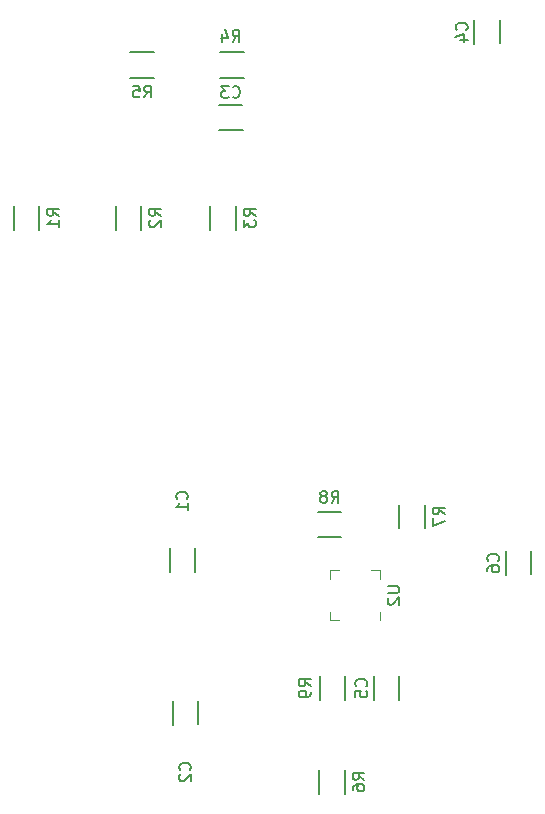
<source format=gbr>
%TF.GenerationSoftware,KiCad,Pcbnew,5.1.10-1.fc34*%
%TF.CreationDate,2021-06-08T11:44:04-04:00*%
%TF.ProjectId,BREAD_Slice,42524541-445f-4536-9c69-63652e6b6963,rev?*%
%TF.SameCoordinates,Original*%
%TF.FileFunction,Legend,Bot*%
%TF.FilePolarity,Positive*%
%FSLAX46Y46*%
G04 Gerber Fmt 4.6, Leading zero omitted, Abs format (unit mm)*
G04 Created by KiCad (PCBNEW 5.1.10-1.fc34) date 2021-06-08 11:44:04*
%MOMM*%
%LPD*%
G01*
G04 APERTURE LIST*
%ADD10C,0.120000*%
%ADD11C,0.150000*%
G04 APERTURE END LIST*
D10*
%TO.C,U2*%
X170557000Y-101624500D02*
X170557000Y-102349500D01*
X166337000Y-98129500D02*
X167062000Y-98129500D01*
X166337000Y-98854500D02*
X166337000Y-98129500D01*
X166337000Y-102349500D02*
X167062000Y-102349500D01*
X166337000Y-101624500D02*
X166337000Y-102349500D01*
X170557000Y-98129500D02*
X169832000Y-98129500D01*
X170557000Y-98854500D02*
X170557000Y-98129500D01*
D11*
%TO.C,R9*%
X165467000Y-107113500D02*
X165467000Y-109113500D01*
X167617000Y-109113500D02*
X167617000Y-107113500D01*
%TO.C,R8*%
X167288000Y-93195500D02*
X165288000Y-93195500D01*
X165288000Y-95345500D02*
X167288000Y-95345500D01*
%TO.C,R7*%
X174348000Y-94572000D02*
X174348000Y-92572000D01*
X172198000Y-92572000D02*
X172198000Y-94572000D01*
%TO.C,R6*%
X167553500Y-117051000D02*
X167553500Y-115051000D01*
X165403500Y-115051000D02*
X165403500Y-117051000D01*
%TO.C,R5*%
X149413000Y-56420000D02*
X151413000Y-56420000D01*
X151413000Y-54270000D02*
X149413000Y-54270000D01*
%TO.C,R4*%
X157033000Y-56420000D02*
X159033000Y-56420000D01*
X159033000Y-54270000D02*
X157033000Y-54270000D01*
%TO.C,R3*%
X158346000Y-69299000D02*
X158346000Y-67299000D01*
X156196000Y-67299000D02*
X156196000Y-69299000D01*
%TO.C,R2*%
X150345000Y-69299000D02*
X150345000Y-67299000D01*
X148195000Y-67299000D02*
X148195000Y-69299000D01*
%TO.C,R1*%
X141709000Y-69299000D02*
X141709000Y-67299000D01*
X139559000Y-67299000D02*
X139559000Y-69299000D01*
%TO.C,C6*%
X181220000Y-98509000D02*
X181220000Y-96499000D01*
X183360000Y-98479000D02*
X183360000Y-96469000D01*
%TO.C,C5*%
X170044000Y-109113500D02*
X170044000Y-107103500D01*
X172184000Y-109083500D02*
X172184000Y-107073500D01*
%TO.C,C4*%
X178553000Y-53551000D02*
X178553000Y-51541000D01*
X180693000Y-53521000D02*
X180693000Y-51511000D01*
%TO.C,C3*%
X156906000Y-58720000D02*
X158916000Y-58720000D01*
X156936000Y-60860000D02*
X158946000Y-60860000D01*
%TO.C,C1*%
X152772000Y-96285000D02*
X152772000Y-98295000D01*
X154912000Y-96255000D02*
X154912000Y-98265000D01*
%TO.C,C2*%
X153026000Y-111209000D02*
X153026000Y-109199000D01*
X155166000Y-111179000D02*
X155166000Y-109169000D01*
%TO.C,U2*%
X171199380Y-99477595D02*
X172008904Y-99477595D01*
X172104142Y-99525214D01*
X172151761Y-99572833D01*
X172199380Y-99668071D01*
X172199380Y-99858547D01*
X172151761Y-99953785D01*
X172104142Y-100001404D01*
X172008904Y-100049023D01*
X171199380Y-100049023D01*
X171294619Y-100477595D02*
X171247000Y-100525214D01*
X171199380Y-100620452D01*
X171199380Y-100858547D01*
X171247000Y-100953785D01*
X171294619Y-101001404D01*
X171389857Y-101049023D01*
X171485095Y-101049023D01*
X171627952Y-101001404D01*
X172199380Y-100429976D01*
X172199380Y-101049023D01*
%TO.C,R9*%
X164694380Y-107946833D02*
X164218190Y-107613500D01*
X164694380Y-107375404D02*
X163694380Y-107375404D01*
X163694380Y-107756357D01*
X163742000Y-107851595D01*
X163789619Y-107899214D01*
X163884857Y-107946833D01*
X164027714Y-107946833D01*
X164122952Y-107899214D01*
X164170571Y-107851595D01*
X164218190Y-107756357D01*
X164218190Y-107375404D01*
X164694380Y-108423023D02*
X164694380Y-108613500D01*
X164646761Y-108708738D01*
X164599142Y-108756357D01*
X164456285Y-108851595D01*
X164265809Y-108899214D01*
X163884857Y-108899214D01*
X163789619Y-108851595D01*
X163742000Y-108803976D01*
X163694380Y-108708738D01*
X163694380Y-108518261D01*
X163742000Y-108423023D01*
X163789619Y-108375404D01*
X163884857Y-108327785D01*
X164122952Y-108327785D01*
X164218190Y-108375404D01*
X164265809Y-108423023D01*
X164313428Y-108518261D01*
X164313428Y-108708738D01*
X164265809Y-108803976D01*
X164218190Y-108851595D01*
X164122952Y-108899214D01*
%TO.C,R8*%
X166454666Y-92422880D02*
X166788000Y-91946690D01*
X167026095Y-92422880D02*
X167026095Y-91422880D01*
X166645142Y-91422880D01*
X166549904Y-91470500D01*
X166502285Y-91518119D01*
X166454666Y-91613357D01*
X166454666Y-91756214D01*
X166502285Y-91851452D01*
X166549904Y-91899071D01*
X166645142Y-91946690D01*
X167026095Y-91946690D01*
X165883238Y-91851452D02*
X165978476Y-91803833D01*
X166026095Y-91756214D01*
X166073714Y-91660976D01*
X166073714Y-91613357D01*
X166026095Y-91518119D01*
X165978476Y-91470500D01*
X165883238Y-91422880D01*
X165692761Y-91422880D01*
X165597523Y-91470500D01*
X165549904Y-91518119D01*
X165502285Y-91613357D01*
X165502285Y-91660976D01*
X165549904Y-91756214D01*
X165597523Y-91803833D01*
X165692761Y-91851452D01*
X165883238Y-91851452D01*
X165978476Y-91899071D01*
X166026095Y-91946690D01*
X166073714Y-92041928D01*
X166073714Y-92232404D01*
X166026095Y-92327642D01*
X165978476Y-92375261D01*
X165883238Y-92422880D01*
X165692761Y-92422880D01*
X165597523Y-92375261D01*
X165549904Y-92327642D01*
X165502285Y-92232404D01*
X165502285Y-92041928D01*
X165549904Y-91946690D01*
X165597523Y-91899071D01*
X165692761Y-91851452D01*
%TO.C,R7*%
X176025380Y-93405333D02*
X175549190Y-93072000D01*
X176025380Y-92833904D02*
X175025380Y-92833904D01*
X175025380Y-93214857D01*
X175073000Y-93310095D01*
X175120619Y-93357714D01*
X175215857Y-93405333D01*
X175358714Y-93405333D01*
X175453952Y-93357714D01*
X175501571Y-93310095D01*
X175549190Y-93214857D01*
X175549190Y-92833904D01*
X175025380Y-93738666D02*
X175025380Y-94405333D01*
X176025380Y-93976761D01*
%TO.C,R6*%
X169230880Y-115884333D02*
X168754690Y-115551000D01*
X169230880Y-115312904D02*
X168230880Y-115312904D01*
X168230880Y-115693857D01*
X168278500Y-115789095D01*
X168326119Y-115836714D01*
X168421357Y-115884333D01*
X168564214Y-115884333D01*
X168659452Y-115836714D01*
X168707071Y-115789095D01*
X168754690Y-115693857D01*
X168754690Y-115312904D01*
X168230880Y-116741476D02*
X168230880Y-116551000D01*
X168278500Y-116455761D01*
X168326119Y-116408142D01*
X168468976Y-116312904D01*
X168659452Y-116265285D01*
X169040404Y-116265285D01*
X169135642Y-116312904D01*
X169183261Y-116360523D01*
X169230880Y-116455761D01*
X169230880Y-116646238D01*
X169183261Y-116741476D01*
X169135642Y-116789095D01*
X169040404Y-116836714D01*
X168802309Y-116836714D01*
X168707071Y-116789095D01*
X168659452Y-116741476D01*
X168611833Y-116646238D01*
X168611833Y-116455761D01*
X168659452Y-116360523D01*
X168707071Y-116312904D01*
X168802309Y-116265285D01*
%TO.C,R5*%
X150579666Y-58097380D02*
X150913000Y-57621190D01*
X151151095Y-58097380D02*
X151151095Y-57097380D01*
X150770142Y-57097380D01*
X150674904Y-57145000D01*
X150627285Y-57192619D01*
X150579666Y-57287857D01*
X150579666Y-57430714D01*
X150627285Y-57525952D01*
X150674904Y-57573571D01*
X150770142Y-57621190D01*
X151151095Y-57621190D01*
X149674904Y-57097380D02*
X150151095Y-57097380D01*
X150198714Y-57573571D01*
X150151095Y-57525952D01*
X150055857Y-57478333D01*
X149817761Y-57478333D01*
X149722523Y-57525952D01*
X149674904Y-57573571D01*
X149627285Y-57668809D01*
X149627285Y-57906904D01*
X149674904Y-58002142D01*
X149722523Y-58049761D01*
X149817761Y-58097380D01*
X150055857Y-58097380D01*
X150151095Y-58049761D01*
X150198714Y-58002142D01*
%TO.C,R4*%
X158072666Y-53384380D02*
X158406000Y-52908190D01*
X158644095Y-53384380D02*
X158644095Y-52384380D01*
X158263142Y-52384380D01*
X158167904Y-52432000D01*
X158120285Y-52479619D01*
X158072666Y-52574857D01*
X158072666Y-52717714D01*
X158120285Y-52812952D01*
X158167904Y-52860571D01*
X158263142Y-52908190D01*
X158644095Y-52908190D01*
X157215523Y-52717714D02*
X157215523Y-53384380D01*
X157453619Y-52336761D02*
X157691714Y-53051047D01*
X157072666Y-53051047D01*
%TO.C,R3*%
X160023380Y-68132333D02*
X159547190Y-67799000D01*
X160023380Y-67560904D02*
X159023380Y-67560904D01*
X159023380Y-67941857D01*
X159071000Y-68037095D01*
X159118619Y-68084714D01*
X159213857Y-68132333D01*
X159356714Y-68132333D01*
X159451952Y-68084714D01*
X159499571Y-68037095D01*
X159547190Y-67941857D01*
X159547190Y-67560904D01*
X159023380Y-68465666D02*
X159023380Y-69084714D01*
X159404333Y-68751380D01*
X159404333Y-68894238D01*
X159451952Y-68989476D01*
X159499571Y-69037095D01*
X159594809Y-69084714D01*
X159832904Y-69084714D01*
X159928142Y-69037095D01*
X159975761Y-68989476D01*
X160023380Y-68894238D01*
X160023380Y-68608523D01*
X159975761Y-68513285D01*
X159928142Y-68465666D01*
%TO.C,R2*%
X152022380Y-68132333D02*
X151546190Y-67799000D01*
X152022380Y-67560904D02*
X151022380Y-67560904D01*
X151022380Y-67941857D01*
X151070000Y-68037095D01*
X151117619Y-68084714D01*
X151212857Y-68132333D01*
X151355714Y-68132333D01*
X151450952Y-68084714D01*
X151498571Y-68037095D01*
X151546190Y-67941857D01*
X151546190Y-67560904D01*
X151117619Y-68513285D02*
X151070000Y-68560904D01*
X151022380Y-68656142D01*
X151022380Y-68894238D01*
X151070000Y-68989476D01*
X151117619Y-69037095D01*
X151212857Y-69084714D01*
X151308095Y-69084714D01*
X151450952Y-69037095D01*
X152022380Y-68465666D01*
X152022380Y-69084714D01*
%TO.C,R1*%
X143386380Y-68132333D02*
X142910190Y-67799000D01*
X143386380Y-67560904D02*
X142386380Y-67560904D01*
X142386380Y-67941857D01*
X142434000Y-68037095D01*
X142481619Y-68084714D01*
X142576857Y-68132333D01*
X142719714Y-68132333D01*
X142814952Y-68084714D01*
X142862571Y-68037095D01*
X142910190Y-67941857D01*
X142910190Y-67560904D01*
X143386380Y-69084714D02*
X143386380Y-68513285D01*
X143386380Y-68799000D02*
X142386380Y-68799000D01*
X142529238Y-68703761D01*
X142624476Y-68608523D01*
X142672095Y-68513285D01*
%TO.C,C6*%
X180547142Y-97342333D02*
X180594761Y-97294714D01*
X180642380Y-97151857D01*
X180642380Y-97056619D01*
X180594761Y-96913761D01*
X180499523Y-96818523D01*
X180404285Y-96770904D01*
X180213809Y-96723285D01*
X180070952Y-96723285D01*
X179880476Y-96770904D01*
X179785238Y-96818523D01*
X179690000Y-96913761D01*
X179642380Y-97056619D01*
X179642380Y-97151857D01*
X179690000Y-97294714D01*
X179737619Y-97342333D01*
X179642380Y-98199476D02*
X179642380Y-98009000D01*
X179690000Y-97913761D01*
X179737619Y-97866142D01*
X179880476Y-97770904D01*
X180070952Y-97723285D01*
X180451904Y-97723285D01*
X180547142Y-97770904D01*
X180594761Y-97818523D01*
X180642380Y-97913761D01*
X180642380Y-98104238D01*
X180594761Y-98199476D01*
X180547142Y-98247095D01*
X180451904Y-98294714D01*
X180213809Y-98294714D01*
X180118571Y-98247095D01*
X180070952Y-98199476D01*
X180023333Y-98104238D01*
X180023333Y-97913761D01*
X180070952Y-97818523D01*
X180118571Y-97770904D01*
X180213809Y-97723285D01*
%TO.C,C5*%
X169371142Y-107946833D02*
X169418761Y-107899214D01*
X169466380Y-107756357D01*
X169466380Y-107661119D01*
X169418761Y-107518261D01*
X169323523Y-107423023D01*
X169228285Y-107375404D01*
X169037809Y-107327785D01*
X168894952Y-107327785D01*
X168704476Y-107375404D01*
X168609238Y-107423023D01*
X168514000Y-107518261D01*
X168466380Y-107661119D01*
X168466380Y-107756357D01*
X168514000Y-107899214D01*
X168561619Y-107946833D01*
X168466380Y-108851595D02*
X168466380Y-108375404D01*
X168942571Y-108327785D01*
X168894952Y-108375404D01*
X168847333Y-108470642D01*
X168847333Y-108708738D01*
X168894952Y-108803976D01*
X168942571Y-108851595D01*
X169037809Y-108899214D01*
X169275904Y-108899214D01*
X169371142Y-108851595D01*
X169418761Y-108803976D01*
X169466380Y-108708738D01*
X169466380Y-108470642D01*
X169418761Y-108375404D01*
X169371142Y-108327785D01*
%TO.C,C4*%
X177880142Y-52384333D02*
X177927761Y-52336714D01*
X177975380Y-52193857D01*
X177975380Y-52098619D01*
X177927761Y-51955761D01*
X177832523Y-51860523D01*
X177737285Y-51812904D01*
X177546809Y-51765285D01*
X177403952Y-51765285D01*
X177213476Y-51812904D01*
X177118238Y-51860523D01*
X177023000Y-51955761D01*
X176975380Y-52098619D01*
X176975380Y-52193857D01*
X177023000Y-52336714D01*
X177070619Y-52384333D01*
X177308714Y-53241476D02*
X177975380Y-53241476D01*
X176927761Y-53003380D02*
X177642047Y-52765285D01*
X177642047Y-53384333D01*
%TO.C,C3*%
X158072666Y-58047142D02*
X158120285Y-58094761D01*
X158263142Y-58142380D01*
X158358380Y-58142380D01*
X158501238Y-58094761D01*
X158596476Y-57999523D01*
X158644095Y-57904285D01*
X158691714Y-57713809D01*
X158691714Y-57570952D01*
X158644095Y-57380476D01*
X158596476Y-57285238D01*
X158501238Y-57190000D01*
X158358380Y-57142380D01*
X158263142Y-57142380D01*
X158120285Y-57190000D01*
X158072666Y-57237619D01*
X157739333Y-57142380D02*
X157120285Y-57142380D01*
X157453619Y-57523333D01*
X157310761Y-57523333D01*
X157215523Y-57570952D01*
X157167904Y-57618571D01*
X157120285Y-57713809D01*
X157120285Y-57951904D01*
X157167904Y-58047142D01*
X157215523Y-58094761D01*
X157310761Y-58142380D01*
X157596476Y-58142380D01*
X157691714Y-58094761D01*
X157739333Y-58047142D01*
%TO.C,C1*%
X154199142Y-92088333D02*
X154246761Y-92040714D01*
X154294380Y-91897857D01*
X154294380Y-91802619D01*
X154246761Y-91659761D01*
X154151523Y-91564523D01*
X154056285Y-91516904D01*
X153865809Y-91469285D01*
X153722952Y-91469285D01*
X153532476Y-91516904D01*
X153437238Y-91564523D01*
X153342000Y-91659761D01*
X153294380Y-91802619D01*
X153294380Y-91897857D01*
X153342000Y-92040714D01*
X153389619Y-92088333D01*
X154294380Y-93040714D02*
X154294380Y-92469285D01*
X154294380Y-92755000D02*
X153294380Y-92755000D01*
X153437238Y-92659761D01*
X153532476Y-92564523D01*
X153580095Y-92469285D01*
%TO.C,C2*%
X154453142Y-115042333D02*
X154500761Y-114994714D01*
X154548380Y-114851857D01*
X154548380Y-114756619D01*
X154500761Y-114613761D01*
X154405523Y-114518523D01*
X154310285Y-114470904D01*
X154119809Y-114423285D01*
X153976952Y-114423285D01*
X153786476Y-114470904D01*
X153691238Y-114518523D01*
X153596000Y-114613761D01*
X153548380Y-114756619D01*
X153548380Y-114851857D01*
X153596000Y-114994714D01*
X153643619Y-115042333D01*
X153643619Y-115423285D02*
X153596000Y-115470904D01*
X153548380Y-115566142D01*
X153548380Y-115804238D01*
X153596000Y-115899476D01*
X153643619Y-115947095D01*
X153738857Y-115994714D01*
X153834095Y-115994714D01*
X153976952Y-115947095D01*
X154548380Y-115375666D01*
X154548380Y-115994714D01*
%TD*%
M02*

</source>
